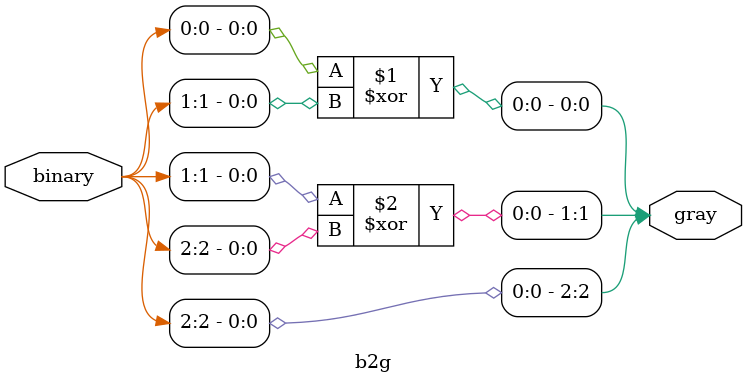
<source format=v>

module b2g #(parameter W = 2) (input [W:0] binary,output [W:0] gray);
 genvar i;
 generate 
	for(i = 0; i < W; i = i+1)
		begin
			assign gray[i] = binary[i] ^ binary[i+1];
		end
endgenerate 
 assign gray[W] = binary[W];	
endmodule


</source>
